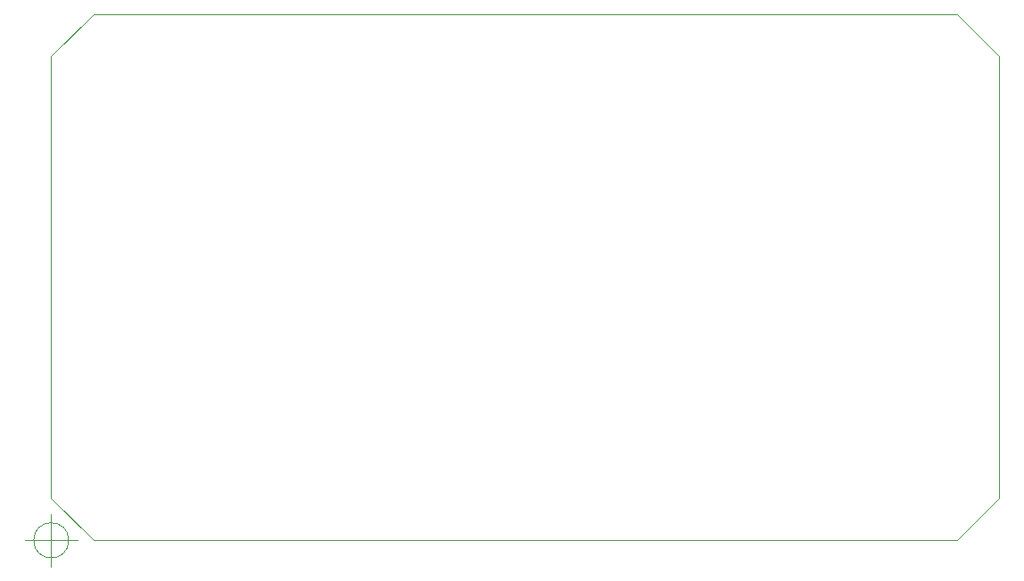
<source format=gm1>
G04 #@! TF.FileFunction,Profile,NP*
%FSLAX46Y46*%
G04 Gerber Fmt 4.6, Leading zero omitted, Abs format (unit mm)*
G04 Created by KiCad (PCBNEW 4.0.6) date 2017 August 05, Saturday 23:38:27*
%MOMM*%
%LPD*%
G01*
G04 APERTURE LIST*
%ADD10C,0.100000*%
G04 APERTURE END LIST*
D10*
X96666666Y-156000000D02*
G75*
G03X96666666Y-156000000I-1666666J0D01*
G01*
X92500000Y-156000000D02*
X97500000Y-156000000D01*
X95000000Y-153500000D02*
X95000000Y-158500000D01*
X99000000Y-106000000D02*
X95000000Y-110000000D01*
X181000000Y-106000000D02*
X99000000Y-106000000D01*
X185000000Y-110000000D02*
X181000000Y-106000000D01*
X185000000Y-152000000D02*
X185000000Y-110000000D01*
X185000000Y-152000000D02*
X181000000Y-156000000D01*
X99000000Y-156000000D02*
X181000000Y-156000000D01*
X95000000Y-152000000D02*
X99000000Y-156000000D01*
X95000000Y-110000000D02*
X95000000Y-152000000D01*
M02*

</source>
